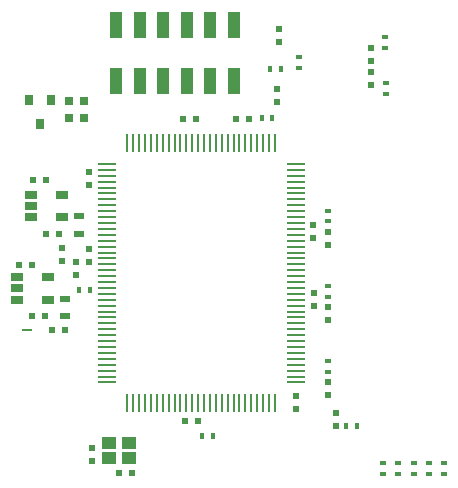
<source format=gbr>
G04 #@! TF.GenerationSoftware,KiCad,Pcbnew,(5.1.0-0)*
G04 #@! TF.CreationDate,2019-06-27T12:49:36+09:00*
G04 #@! TF.ProjectId,SwitchBlox,53776974-6368-4426-9c6f-782e6b696361,rev?*
G04 #@! TF.SameCoordinates,Original*
G04 #@! TF.FileFunction,Paste,Bot*
G04 #@! TF.FilePolarity,Positive*
%FSLAX46Y46*%
G04 Gerber Fmt 4.6, Leading zero omitted, Abs format (unit mm)*
G04 Created by KiCad (PCBNEW (5.1.0-0)) date 2019-06-27 12:49:36*
%MOMM*%
%LPD*%
G04 APERTURE LIST*
%ADD10R,0.220000X1.600000*%
%ADD11R,1.600000X0.220000*%
%ADD12R,0.400000X0.600000*%
%ADD13R,0.600000X0.400000*%
%ADD14R,1.000000X0.660000*%
%ADD15R,0.800000X0.900000*%
%ADD16R,0.900000X0.500000*%
%ADD17R,0.500000X0.254000*%
%ADD18R,1.200000X1.000000*%
%ADD19R,0.750000X0.800000*%
%ADD20R,0.600000X0.500000*%
%ADD21R,0.500000X0.600000*%
%ADD22R,1.000000X2.200000*%
G04 APERTURE END LIST*
D10*
X152500000Y-84590000D03*
X152000000Y-84590000D03*
X151500000Y-84590000D03*
X151000000Y-84590000D03*
X150500000Y-84590000D03*
X150000000Y-84590000D03*
X149500000Y-84590000D03*
X149000000Y-84590000D03*
X148500000Y-84590000D03*
X148000000Y-84590000D03*
X147500000Y-84590000D03*
X147000000Y-84590000D03*
X146500000Y-84590000D03*
X146000000Y-84590000D03*
X145500000Y-84590000D03*
X145000000Y-84590000D03*
X144500000Y-84590000D03*
X144000000Y-84590000D03*
X143500000Y-84590000D03*
X143000000Y-84590000D03*
X142500000Y-84590000D03*
X142000000Y-84590000D03*
X141500000Y-84590000D03*
X141000000Y-84590000D03*
X140500000Y-84590000D03*
X140000000Y-84590000D03*
X151000000Y-106590000D03*
X151500000Y-106590000D03*
X152000000Y-106590000D03*
X152500000Y-106590000D03*
X150500000Y-106590000D03*
X150000000Y-106590000D03*
X149500000Y-106590000D03*
X149000000Y-106590000D03*
X148500000Y-106590000D03*
X148000000Y-106590000D03*
X147500000Y-106590000D03*
X147000000Y-106590000D03*
X146500000Y-106590000D03*
X146000000Y-106590000D03*
X145500000Y-106590000D03*
X145000000Y-106590000D03*
X144500000Y-106590000D03*
X144000000Y-106590000D03*
X143500000Y-106590000D03*
X143000000Y-106590000D03*
X142500000Y-106590000D03*
X142000000Y-106590000D03*
X141500000Y-106590000D03*
X141000000Y-106590000D03*
X140500000Y-106590000D03*
X140000000Y-106590000D03*
D11*
X154250000Y-86840000D03*
X154250000Y-86340000D03*
X154250000Y-104840000D03*
X154250000Y-104340000D03*
X154250000Y-103840000D03*
X154250000Y-103340000D03*
X154250000Y-102840000D03*
X154250000Y-102340000D03*
X154250000Y-87340000D03*
X154250000Y-87840000D03*
X154250000Y-101840000D03*
X154250000Y-101340000D03*
X154250000Y-100840000D03*
X154250000Y-100340000D03*
X154250000Y-99840000D03*
X154250000Y-99340000D03*
X154250000Y-98840000D03*
X154250000Y-98340000D03*
X154250000Y-97840000D03*
X154250000Y-97340000D03*
X154250000Y-96840000D03*
X154250000Y-96340000D03*
X154250000Y-95840000D03*
X154250000Y-95340000D03*
X154250000Y-94840000D03*
X154250000Y-94340000D03*
X154250000Y-93840000D03*
X154250000Y-93340000D03*
X154250000Y-92840000D03*
X154250000Y-92340000D03*
X154250000Y-91840000D03*
X154250000Y-91340000D03*
X154250000Y-90840000D03*
X154250000Y-90340000D03*
X154250000Y-89840000D03*
X154250000Y-89340000D03*
X154250000Y-88840000D03*
X154250000Y-88340000D03*
X138250000Y-100340000D03*
X138250000Y-100840000D03*
X138250000Y-101340000D03*
X138250000Y-101840000D03*
X138250000Y-102340000D03*
X138250000Y-102840000D03*
X138250000Y-103340000D03*
X138250000Y-103840000D03*
X138250000Y-104340000D03*
X138250000Y-104840000D03*
X138250000Y-86340000D03*
X138250000Y-86840000D03*
X138250000Y-87340000D03*
X138250000Y-87840000D03*
X138250000Y-88340000D03*
X138250000Y-88840000D03*
X138250000Y-89340000D03*
X138250000Y-89840000D03*
X138250000Y-90340000D03*
X138250000Y-90840000D03*
X138250000Y-91340000D03*
X138250000Y-91840000D03*
X138250000Y-92340000D03*
X138250000Y-92840000D03*
X138250000Y-93340000D03*
X138250000Y-93840000D03*
X138250000Y-94340000D03*
X138250000Y-94840000D03*
X138250000Y-95340000D03*
X138250000Y-95840000D03*
X138250000Y-96340000D03*
X138250000Y-96840000D03*
X138250000Y-97340000D03*
X138250000Y-97840000D03*
X138250000Y-98340000D03*
X138250000Y-98840000D03*
X138250000Y-99340000D03*
X138250000Y-99840000D03*
D12*
X152292893Y-82442893D03*
X151392893Y-82442893D03*
D13*
X154542893Y-77292893D03*
X154542893Y-78192893D03*
D12*
X152092893Y-78342893D03*
X152992893Y-78342893D03*
D14*
X133250000Y-97820000D03*
X133250000Y-95920000D03*
X130650000Y-95920000D03*
X130650000Y-96870000D03*
X130650000Y-97820000D03*
X134440000Y-90860000D03*
X134440000Y-88960000D03*
X131840000Y-88960000D03*
X131840000Y-89910000D03*
X131840000Y-90860000D03*
D15*
X131642893Y-80942893D03*
X133542893Y-80942893D03*
X132592893Y-82942893D03*
D16*
X135940000Y-92290000D03*
X135940000Y-90790000D03*
D17*
X131700000Y-100440000D03*
X131300000Y-100440000D03*
D16*
X134750000Y-99250000D03*
X134750000Y-97750000D03*
D18*
X140142893Y-111242893D03*
X138442893Y-111242893D03*
X138442893Y-109942893D03*
X140142893Y-109942893D03*
D19*
X135030000Y-82470000D03*
X135030000Y-80970000D03*
X136360000Y-80970000D03*
X136360000Y-82470000D03*
D20*
X132040000Y-87700000D03*
X133140000Y-87700000D03*
X130850000Y-94880000D03*
X131950000Y-94880000D03*
X134230000Y-92290000D03*
X133130000Y-92290000D03*
D21*
X134500000Y-93450000D03*
X134500000Y-94550000D03*
D20*
X133040000Y-99250000D03*
X131940000Y-99250000D03*
X134750000Y-100440000D03*
X133650000Y-100440000D03*
X145950000Y-108100000D03*
X144850000Y-108100000D03*
D21*
X155700000Y-91540000D03*
X155700000Y-92640000D03*
D20*
X140392893Y-112542893D03*
X139292893Y-112542893D03*
D21*
X137042893Y-110392893D03*
X137042893Y-111492893D03*
X152842893Y-75992893D03*
X152842893Y-74892893D03*
X152642893Y-81092893D03*
X152642893Y-79992893D03*
X160640000Y-77590000D03*
X160640000Y-76490000D03*
X160640000Y-78592893D03*
X160640000Y-79692893D03*
X157000000Y-93190000D03*
X157000000Y-92090000D03*
X157000000Y-99570000D03*
X157000000Y-98470000D03*
X157000000Y-105920000D03*
X157000000Y-104820000D03*
X157690000Y-107430000D03*
X157690000Y-108530000D03*
X136800000Y-87040000D03*
X136800000Y-88140000D03*
X135700000Y-94650000D03*
X135700000Y-95750000D03*
X136800000Y-93540000D03*
X136800000Y-94640000D03*
D20*
X144700000Y-82542893D03*
X145800000Y-82542893D03*
D21*
X155840000Y-98360000D03*
X155840000Y-97260000D03*
D20*
X149200000Y-82500000D03*
X150300000Y-82500000D03*
D21*
X154290000Y-106030000D03*
X154290000Y-107130000D03*
D22*
X139042893Y-79342893D03*
X139042893Y-74542893D03*
X141042893Y-79342893D03*
X141042893Y-74542893D03*
X143042893Y-74542893D03*
X143042893Y-79342893D03*
X145042893Y-79342893D03*
X145042893Y-74542893D03*
X147042893Y-74542893D03*
X147042893Y-79342893D03*
X149042893Y-74542893D03*
X149042893Y-79342893D03*
D13*
X161800000Y-75620000D03*
X161800000Y-76520000D03*
D12*
X146342893Y-109342893D03*
X147242893Y-109342893D03*
X136850000Y-97000000D03*
X135950000Y-97000000D03*
D13*
X161670000Y-111690000D03*
X161670000Y-112590000D03*
X161900000Y-80380000D03*
X161900000Y-79480000D03*
X162959276Y-112590000D03*
X162959276Y-111690000D03*
X157000000Y-91190000D03*
X157000000Y-90290000D03*
X164248552Y-112590000D03*
X164248552Y-111690000D03*
X157000000Y-96670000D03*
X157000000Y-97570000D03*
X165537828Y-111690000D03*
X165537828Y-112590000D03*
X157000000Y-103920000D03*
X157000000Y-103020000D03*
X166827104Y-111690000D03*
X166827104Y-112590000D03*
D12*
X159450000Y-108530000D03*
X158550000Y-108530000D03*
M02*

</source>
